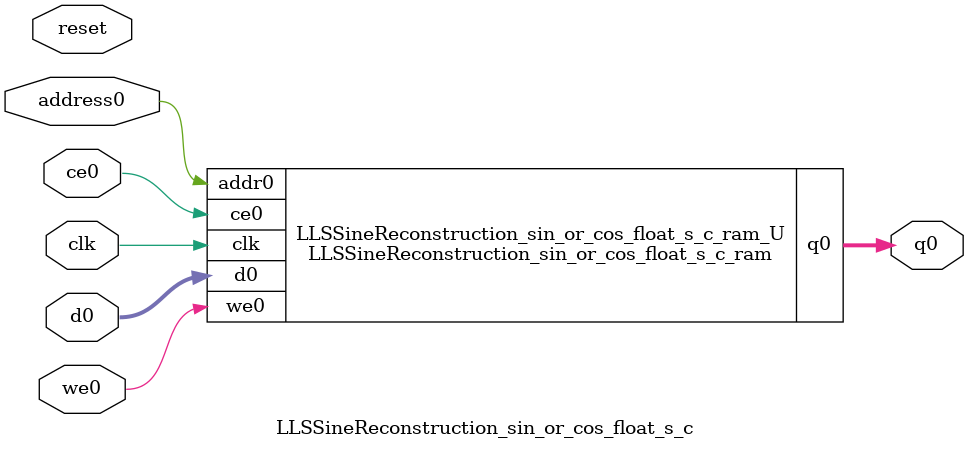
<source format=v>
`timescale 1 ns / 1 ps
module LLSSineReconstruction_sin_or_cos_float_s_c_ram (addr0, ce0, d0, we0, q0,  clk);

parameter DWIDTH = 32;
parameter AWIDTH = 1;
parameter MEM_SIZE = 2;

input[AWIDTH-1:0] addr0;
input ce0;
input[DWIDTH-1:0] d0;
input we0;
output reg[DWIDTH-1:0] q0;
input clk;

reg [DWIDTH-1:0] ram[0:MEM_SIZE-1];




always @(posedge clk)  
begin 
    if (ce0) begin
        if (we0) 
            ram[addr0] <= d0; 
        q0 <= ram[addr0];
    end
end


endmodule

`timescale 1 ns / 1 ps
module LLSSineReconstruction_sin_or_cos_float_s_c(
    reset,
    clk,
    address0,
    ce0,
    we0,
    d0,
    q0);

parameter DataWidth = 32'd32;
parameter AddressRange = 32'd2;
parameter AddressWidth = 32'd1;
input reset;
input clk;
input[AddressWidth - 1:0] address0;
input ce0;
input we0;
input[DataWidth - 1:0] d0;
output[DataWidth - 1:0] q0;



LLSSineReconstruction_sin_or_cos_float_s_c_ram LLSSineReconstruction_sin_or_cos_float_s_c_ram_U(
    .clk( clk ),
    .addr0( address0 ),
    .ce0( ce0 ),
    .we0( we0 ),
    .d0( d0 ),
    .q0( q0 ));

endmodule


</source>
